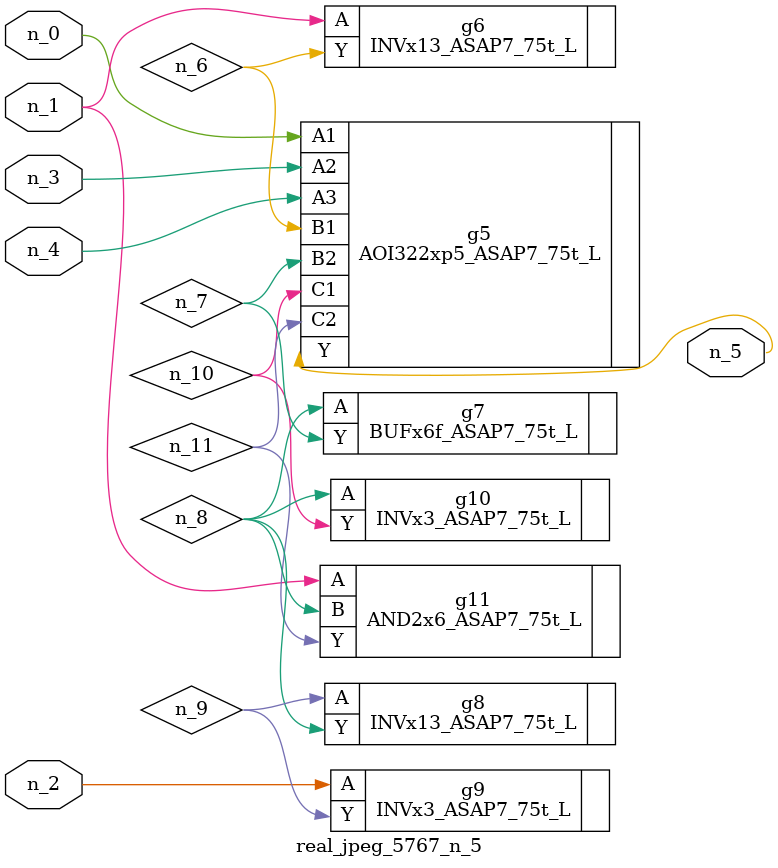
<source format=v>
module real_jpeg_5767_n_5 (n_4, n_0, n_1, n_2, n_3, n_5);

input n_4;
input n_0;
input n_1;
input n_2;
input n_3;

output n_5;

wire n_8;
wire n_11;
wire n_6;
wire n_7;
wire n_10;
wire n_9;

AOI322xp5_ASAP7_75t_L g5 ( 
.A1(n_0),
.A2(n_3),
.A3(n_4),
.B1(n_6),
.B2(n_7),
.C1(n_10),
.C2(n_11),
.Y(n_5)
);

INVx13_ASAP7_75t_L g6 ( 
.A(n_1),
.Y(n_6)
);

AND2x6_ASAP7_75t_L g11 ( 
.A(n_1),
.B(n_8),
.Y(n_11)
);

INVx3_ASAP7_75t_L g9 ( 
.A(n_2),
.Y(n_9)
);

BUFx6f_ASAP7_75t_L g7 ( 
.A(n_8),
.Y(n_7)
);

INVx3_ASAP7_75t_L g10 ( 
.A(n_8),
.Y(n_10)
);

INVx13_ASAP7_75t_L g8 ( 
.A(n_9),
.Y(n_8)
);


endmodule
</source>
